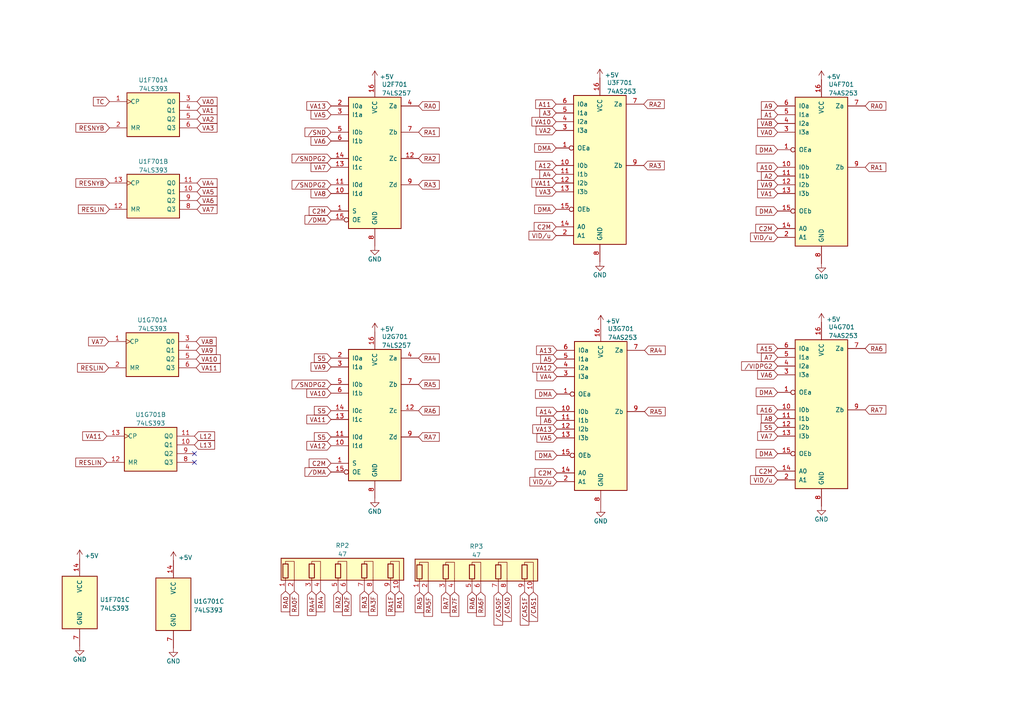
<source format=kicad_sch>
(kicad_sch (version 20211123) (generator eeschema)
  (paper "A4")
  (title_block (title "Schematic, Main Logic Board, 128k") (date "2023-01-28") (rev "Redraw 001") (company "Apple Computer") (comment 1 "050-0073-C") (comment 2 "Release"))
  (lib_symbols
    (symbol "74xx:74LS253" (pin_names (offset 1.016))
      (property "Reference" "U" (at -7.62 21.59 0))
      (property "Value" "74LS253" (at -7.62 -24.13 0))
      (symbol "74LS253_1_0"
        (pin input inverted (at -12.7 5.08 0) (length 5.08) (name "OEa") (number "1"))
        (pin input line (at -12.7 0 0) (length 5.08) (name "I0b") (number "10"))
        (pin input line (at -12.7 -2.54 0) (length 5.08) (name "I1b") (number "11"))
        (pin input line (at -12.7 -5.08 0) (length 5.08) (name "I2b") (number "12"))
        (pin input line (at -12.7 -7.62 0) (length 5.08) (name "I3b") (number "13"))
        (pin input line (at -12.7 -17.78 0) (length 5.08) (name "A0") (number "14"))
        (pin input inverted (at -12.7 -12.7 0) (length 5.08) (name "OEb") (number "15"))
        (pin power_in line (at 0 25.4 270) (length 5.08) (name "VCC") (number "16"))
        (pin input line (at -12.7 -20.32 0) (length 5.08) (name "A1") (number "2"))
        (pin input line (at -12.7 10.16 0) (length 5.08) (name "I3a") (number "3"))
        (pin input line (at -12.7 12.7 0) (length 5.08) (name "I2a") (number "4"))
        (pin input line (at -12.7 15.24 0) (length 5.08) (name "I1a") (number "5"))
        (pin input line (at -12.7 17.78 0) (length 5.08) (name "I0a") (number "6"))
        (pin tri_state line (at 12.7 17.78 180) (length 5.08) (name "Za") (number "7"))
        (pin power_in line (at 0 -27.94 90) (length 5.08) (name "GND") (number "8"))
        (pin tri_state line (at 12.7 0 180) (length 5.08) (name "Zb") (number "9"))
      )
      (symbol "74LS253_1_1"
        (rectangle (start -7.62 20.32) (end 7.62 -22.86) (stroke (width 0.254)) (fill (type background)))
      )
    )
    (symbol "74xx:74LS257" (pin_names (offset 1.016))
      (property "Reference" "U" (at -7.62 19.05 0))
      (property "Value" "74LS257" (at -7.62 -21.59 0))
      (symbol "74LS257_1_0"
        (pin input line (at -12.7 -15.24 0) (length 5.08) (name "S") (number "1"))
        (pin input line (at -12.7 -10.16 0) (length 5.08) (name "I1d") (number "10"))
        (pin input line (at -12.7 -7.62 0) (length 5.08) (name "I0d") (number "11"))
        (pin tri_state line (at 12.7 0 180) (length 5.08) (name "Zc") (number "12"))
        (pin input line (at -12.7 -2.54 0) (length 5.08) (name "I1c") (number "13"))
        (pin input line (at -12.7 0 0) (length 5.08) (name "I0c") (number "14"))
        (pin input inverted (at -12.7 -17.78 0) (length 5.08) (name "OE") (number "15"))
        (pin power_in line (at 0 22.86 270) (length 5.08) (name "VCC") (number "16"))
        (pin input line (at -12.7 15.24 0) (length 5.08) (name "I0a") (number "2"))
        (pin input line (at -12.7 12.7 0) (length 5.08) (name "I1a") (number "3"))
        (pin tri_state line (at 12.7 15.24 180) (length 5.08) (name "Za") (number "4"))
        (pin input line (at -12.7 7.62 0) (length 5.08) (name "I0b") (number "5"))
        (pin input line (at -12.7 5.08 0) (length 5.08) (name "I1b") (number "6"))
        (pin tri_state line (at 12.7 7.62 180) (length 5.08) (name "Zb") (number "7"))
        (pin power_in line (at 0 -25.4 90) (length 5.08) (name "GND") (number "8"))
        (pin tri_state line (at 12.7 -7.62 180) (length 5.08) (name "Zd") (number "9"))
      )
      (symbol "74LS257_1_1"
        (rectangle (start -7.62 17.78) (end 7.62 -20.32) (stroke (width 0.254)) (fill (type background)))
      )
    )
    (symbol "74xx:74LS393" (pin_names (offset 1.016))
      (property "Reference" "U" (at -7.62 8.89 0))
      (property "Value" "74LS393" (at -7.62 -8.89 0))
      (symbol "74LS393_1_0"
        (pin input clock (at -12.7 2.54 0) (length 5.08) (name "CP") (number "1"))
        (pin input line (at -12.7 -5.08 0) (length 5.08) (name "MR") (number "2"))
        (pin output line (at 12.7 2.54 180) (length 5.08) (name "Q0") (number "3"))
        (pin output line (at 12.7 0 180) (length 5.08) (name "Q1") (number "4"))
        (pin output line (at 12.7 -2.54 180) (length 5.08) (name "Q2") (number "5"))
        (pin output line (at 12.7 -5.08 180) (length 5.08) (name "Q3") (number "6"))
      )
      (symbol "74LS393_1_1"
        (rectangle (start -7.62 5.08) (end 7.62 -7.62) (stroke (width 0.254)) (fill (type background)))
      )
      (symbol "74LS393_2_0"
        (pin output line (at 12.7 0 180) (length 5.08) (name "Q1") (number "10"))
        (pin output line (at 12.7 2.54 180) (length 5.08) (name "Q0") (number "11"))
        (pin input line (at -12.7 -5.08 0) (length 5.08) (name "MR") (number "12"))
        (pin input clock (at -12.7 2.54 0) (length 5.08) (name "CP") (number "13"))
        (pin output line (at 12.7 -5.08 180) (length 5.08) (name "Q3") (number "8"))
        (pin output line (at 12.7 -2.54 180) (length 5.08) (name "Q2") (number "9"))
      )
      (symbol "74LS393_2_1"
        (rectangle (start -7.62 5.08) (end 7.62 -7.62) (stroke (width 0.254)) (fill (type background)))
      )
      (symbol "74LS393_3_0"
        (pin power_in line (at 0 12.7 270) (length 5.08) (name "VCC") (number "14"))
        (pin power_in line (at 0 -12.7 90) (length 5.08) (name "GND") (number "7"))
      )
      (symbol "74LS393_3_1"
        (rectangle (start -5.08 7.62) (end 5.08 -7.62) (stroke (width 0.254)) (fill (type background)))
      )
    )
    (symbol "Device:R_Pack05_SIP" (pin_names (offset 0) hide)
      (property "Reference" "RN" (at -17.78 0 90))
      (property "Value" "R_Pack05_SIP" (at 20.32 0 90))
      (symbol "R_Pack05_SIP_0_1"
        (rectangle (start -16.51 -1.905) (end 19.05 4.445) (stroke (width 0.254)) (fill (type background)))
        (rectangle (start -16.002 2.794) (end -14.478 -1.27) (stroke (width 0.254)))
        (rectangle (start -8.382 2.794) (end -6.858 -1.27) (stroke (width 0.254)))
        (rectangle (start -0.762 2.794) (end 0.762 -1.27) (stroke (width 0.254)))
        (polyline (pts (xy -15.24 2.794) (xy -15.24 3.556) (xy -12.7 3.556) (xy -12.7 -1.27)))
        (polyline (pts (xy -7.62 2.794) (xy -7.62 3.556) (xy -5.08 3.556) (xy -5.08 -1.27)))
        (polyline (pts (xy 0 2.794) (xy 0 3.556) (xy 2.54 3.556) (xy 2.54 -1.27)))
        (polyline (pts (xy 7.62 2.794) (xy 7.62 3.556) (xy 10.16 3.556) (xy 10.16 -1.27)))
        (polyline (pts (xy 15.24 2.794) (xy 15.24 3.556) (xy 17.78 3.556) (xy 17.78 -1.27)))
        (rectangle (start 6.858 2.794) (end 8.382 -1.27) (stroke (width 0.254)))
        (rectangle (start 14.478 2.794) (end 16.002 -1.27) (stroke (width 0.254)))
      )
      (symbol "R_Pack05_SIP_1_1"
        (pin passive line (at -15.24 -5.08 90) (length 3.81) (name "R1.1") (number "1"))
        (pin passive line (at 17.78 -5.08 90) (length 3.81) (name "R5.2") (number "10"))
        (pin passive line (at -12.7 -5.08 90) (length 3.81) (name "R1.2") (number "2"))
        (pin passive line (at -7.62 -5.08 90) (length 3.81) (name "R2.1") (number "3"))
        (pin passive line (at -5.08 -5.08 90) (length 3.81) (name "R2.2") (number "4"))
        (pin passive line (at 0 -5.08 90) (length 3.81) (name "R3.1") (number "5"))
        (pin passive line (at 2.54 -5.08 90) (length 3.81) (name "R3.2") (number "6"))
        (pin passive line (at 7.62 -5.08 90) (length 3.81) (name "R4.1") (number "7"))
        (pin passive line (at 10.16 -5.08 90) (length 3.81) (name "R4.2") (number "8"))
        (pin passive line (at 15.24 -5.08 90) (length 3.81) (name "R5.1") (number "9"))
      )
    )
    (symbol "power:+5V" (power) (pin_names (offset 0))
      (property "Value" "+5V" (at 0 3.556 0))
      (symbol "+5V_0_1"
        (polyline (pts (xy -0.762 1.27) (xy 0 2.54)))
        (polyline (pts (xy 0 0) (xy 0 2.54)))
        (polyline (pts (xy 0 2.54) (xy 0.762 1.27)))
      )
      (symbol "+5V_1_1"
        (pin power_in line (at 0 0 90) (length 0) hide (name "+5V") (number "1"))
      )
    )
    (symbol "power:GND" (power) (pin_names (offset 0))
      (property "Value" "GND" (at 0 -3.81 0))
      (symbol "GND_0_1"
        (polyline (pts (xy 0 0) (xy 0 -1.27) (xy 1.27 -1.27) (xy 0 -2.54) (xy -1.27 -1.27) (xy 0 -1.27)))
      )
      (symbol "GND_1_1"
        (pin power_in line (at 0 0 270) (length 0) hide (name "GND") (number "1"))
      )
    )
  )
  (no_connect (at 56.388 131.572))
  (no_connect (at 56.388 134.112))
  (global_label "RA0F" (shape input) (at 85.344 171.45 270) (property "Intersheet References" "${INTERSHEET_REFS}" (effects hide)))
  (global_label "{slash}SND" (shape input) (at 96.012 38.354 180) (property "Intersheet References" "${INTERSHEET_REFS}" (effects hide)))
  (global_label "RA0" (shape input) (at 121.412 30.734 0) (property "Intersheet References" "${INTERSHEET_REFS}" (effects hide)))
  (global_label "VA11" (shape input) (at 56.896 106.68 0) (property "Intersheet References" "${INTERSHEET_REFS}" (effects hide)))
  (global_label "VA8" (shape input) (at 56.896 99.06 0) (property "Intersheet References" "${INTERSHEET_REFS}" (effects hide)))
  (global_label "RA2" (shape input) (at 186.69 30.226 0) (property "Intersheet References" "${INTERSHEET_REFS}" (effects hide)))
  (global_label "VA11" (shape input) (at 30.988 126.492 180) (property "Intersheet References" "${INTERSHEET_REFS}" (effects hide)))
  (global_label "VA10" (shape input) (at 56.896 104.14 0) (property "Intersheet References" "${INTERSHEET_REFS}" (effects hide)))
  (global_label "RA5" (shape input) (at 121.666 171.704 270) (property "Intersheet References" "${INTERSHEET_REFS}" (effects hide)))
  (global_label "RA6" (shape input) (at 250.952 101.092 0) (property "Intersheet References" "${INTERSHEET_REFS}" (effects hide)))
  (global_label "A7" (shape input) (at 225.552 103.632 180) (property "Intersheet References" "${INTERSHEET_REFS}" (effects hide)))
  (global_label "VA3" (shape input) (at 57.15 37.084 0) (property "Intersheet References" "${INTERSHEET_REFS}" (effects hide)))
  (global_label "RA6F" (shape input) (at 139.446 171.704 270) (property "Intersheet References" "${INTERSHEET_REFS}" (effects hide)))
  (global_label "RESNYB" (shape input) (at 31.75 53.086 180) (property "Intersheet References" "${INTERSHEET_REFS}" (effects hide)))
  (global_label "C2M" (shape input) (at 96.012 134.366 180) (property "Intersheet References" "${INTERSHEET_REFS}" (effects hide)))
  (global_label "VA3" (shape input) (at 161.29 55.626 180) (property "Intersheet References" "${INTERSHEET_REFS}" (effects hide)))
  (global_label "RA0" (shape input) (at 82.804 171.45 270) (property "Intersheet References" "${INTERSHEET_REFS}" (effects hide)))
  (global_label "A15" (shape input) (at 225.552 101.092 180) (property "Intersheet References" "${INTERSHEET_REFS}" (effects hide)))
  (global_label "DMA" (shape input) (at 225.552 131.572 180) (property "Intersheet References" "${INTERSHEET_REFS}" (effects hide)))
  (global_label "VA0" (shape input) (at 225.552 38.354 180) (property "Intersheet References" "${INTERSHEET_REFS}" (effects hide)))
  (global_label "S5" (shape input) (at 96.012 119.126 180) (property "Intersheet References" "${INTERSHEET_REFS}" (effects hide)))
  (global_label "RA1" (shape input) (at 115.824 171.45 270) (property "Intersheet References" "${INTERSHEET_REFS}" (effects hide)))
  (global_label "RA0" (shape input) (at 250.952 30.734 0) (property "Intersheet References" "${INTERSHEET_REFS}" (effects hide)))
  (global_label "VA7" (shape input) (at 57.15 60.706 0) (property "Intersheet References" "${INTERSHEET_REFS}" (effects hide)))
  (global_label "RA6" (shape input) (at 121.412 119.126 0) (property "Intersheet References" "${INTERSHEET_REFS}" (effects hide)))
  (global_label "VA1" (shape input) (at 225.552 56.134 180) (property "Intersheet References" "${INTERSHEET_REFS}" (effects hide)))
  (global_label "VID{slash}u" (shape input) (at 161.29 68.326 180) (property "Intersheet References" "${INTERSHEET_REFS}" (effects hide)))
  (global_label "DMA" (shape input) (at 161.29 60.706 180) (property "Intersheet References" "${INTERSHEET_REFS}" (effects hide)))
  (global_label "{slash}VIDPG2" (shape input) (at 225.552 106.172 180) (property "Intersheet References" "${INTERSHEET_REFS}" (effects hide)))
  (global_label "A9" (shape input) (at 225.552 30.734 180) (property "Intersheet References" "${INTERSHEET_REFS}" (effects hide)))
  (global_label "A5" (shape input) (at 161.544 104.14 180) (property "Intersheet References" "${INTERSHEET_REFS}" (effects hide)))
  (global_label "RA1" (shape input) (at 121.412 38.354 0) (property "Intersheet References" "${INTERSHEET_REFS}" (effects hide)))
  (global_label "RA3" (shape input) (at 105.664 171.45 270) (property "Intersheet References" "${INTERSHEET_REFS}" (effects hide)))
  (global_label "RA1F" (shape input) (at 113.284 171.45 270) (property "Intersheet References" "${INTERSHEET_REFS}" (effects hide)))
  (global_label "C2M" (shape input) (at 225.552 66.294 180) (property "Intersheet References" "${INTERSHEET_REFS}" (effects hide)))
  (global_label "DMA" (shape input) (at 225.552 113.792 180) (property "Intersheet References" "${INTERSHEET_REFS}" (effects hide)))
  (global_label "RA5" (shape input) (at 186.944 119.38 0) (property "Intersheet References" "${INTERSHEET_REFS}" (effects hide)))
  (global_label "RA7" (shape input) (at 129.286 171.704 270) (property "Intersheet References" "${INTERSHEET_REFS}" (effects hide)))
  (global_label "A12" (shape input) (at 161.29 48.006 180) (property "Intersheet References" "${INTERSHEET_REFS}" (effects hide)))
  (global_label "A3" (shape input) (at 161.29 32.766 180) (property "Intersheet References" "${INTERSHEET_REFS}" (effects hide)))
  (global_label "VA12" (shape input) (at 96.012 129.286 180) (property "Intersheet References" "${INTERSHEET_REFS}" (effects hide)))
  (global_label "VA11" (shape input) (at 161.29 53.086 180) (property "Intersheet References" "${INTERSHEET_REFS}" (effects hide)))
  (global_label "VA7" (shape input) (at 225.552 126.492 180) (property "Intersheet References" "${INTERSHEET_REFS}" (effects hide)))
  (global_label "VID{slash}u" (shape input) (at 225.552 68.834 180) (property "Intersheet References" "${INTERSHEET_REFS}" (effects hide)))
  (global_label "VA10" (shape input) (at 96.012 114.046 180) (property "Intersheet References" "${INTERSHEET_REFS}" (effects hide)))
  (global_label "C2M" (shape input) (at 225.552 136.652 180) (property "Intersheet References" "${INTERSHEET_REFS}" (effects hide)))
  (global_label "RA3F" (shape input) (at 108.204 171.45 270) (property "Intersheet References" "${INTERSHEET_REFS}" (effects hide)))
  (global_label "VA8" (shape input) (at 96.012 56.134 180) (property "Intersheet References" "${INTERSHEET_REFS}" (effects hide)))
  (global_label "A2" (shape input) (at 225.552 51.054 180) (property "Intersheet References" "${INTERSHEET_REFS}" (effects hide)))
  (global_label "VA6" (shape input) (at 225.552 108.712 180) (property "Intersheet References" "${INTERSHEET_REFS}" (effects hide)))
  (global_label "VA5" (shape input) (at 96.012 33.274 180) (property "Intersheet References" "${INTERSHEET_REFS}" (effects hide)))
  (global_label "{slash}SNDPG2" (shape input) (at 96.012 45.974 180) (property "Intersheet References" "${INTERSHEET_REFS}" (effects hide)))
  (global_label "{slash}SNDPG2" (shape input) (at 96.012 53.594 180) (property "Intersheet References" "${INTERSHEET_REFS}" (effects hide)))
  (global_label "RESLIN" (shape input) (at 31.75 60.706 180) (property "Intersheet References" "${INTERSHEET_REFS}" (effects hide)))
  (global_label "VA10" (shape input) (at 161.29 35.306 180) (property "Intersheet References" "${INTERSHEET_REFS}" (effects hide)))
  (global_label "VA13" (shape input) (at 96.012 30.734 180) (property "Intersheet References" "${INTERSHEET_REFS}" (effects hide)))
  (global_label "RA1" (shape input) (at 250.952 48.514 0) (property "Intersheet References" "${INTERSHEET_REFS}" (effects hide)))
  (global_label "A6" (shape input) (at 161.544 121.92 180) (property "Intersheet References" "${INTERSHEET_REFS}" (effects hide)))
  (global_label "C2M" (shape input) (at 161.29 65.786 180) (property "Intersheet References" "${INTERSHEET_REFS}" (effects hide)))
  (global_label "RA6" (shape input) (at 136.906 171.704 270) (property "Intersheet References" "${INTERSHEET_REFS}" (effects hide)))
  (global_label "RA7" (shape input) (at 250.952 118.872 0) (property "Intersheet References" "${INTERSHEET_REFS}" (effects hide)))
  (global_label "{slash}CAS1F" (shape input) (at 152.146 171.704 270) (property "Intersheet References" "${INTERSHEET_REFS}" (effects hide)))
  (global_label "VA9" (shape input) (at 225.552 53.594 180) (property "Intersheet References" "${INTERSHEET_REFS}" (effects hide)))
  (global_label "{slash}SNDPG2" (shape input) (at 96.012 111.506 180) (property "Intersheet References" "${INTERSHEET_REFS}" (effects hide)))
  (global_label "VA7" (shape input) (at 96.012 48.514 180) (property "Intersheet References" "${INTERSHEET_REFS}" (effects hide)))
  (global_label "A4" (shape input) (at 161.29 50.546 180) (property "Intersheet References" "${INTERSHEET_REFS}" (effects hide)))
  (global_label "VA4" (shape input) (at 57.15 53.086 0) (property "Intersheet References" "${INTERSHEET_REFS}" (effects hide)))
  (global_label "RESLIN" (shape input) (at 31.496 106.68 180) (property "Intersheet References" "${INTERSHEET_REFS}" (effects hide)))
  (global_label "L13" (shape input) (at 56.388 129.032 0) (property "Intersheet References" "${INTERSHEET_REFS}" (effects hide)))
  (global_label "{slash}DMA" (shape input) (at 96.012 136.906 180) (property "Intersheet References" "${INTERSHEET_REFS}" (effects hide)))
  (global_label "RA4" (shape input) (at 186.944 101.6 0) (property "Intersheet References" "${INTERSHEET_REFS}" (effects hide)))
  (global_label "RA7F" (shape input) (at 131.826 171.704 270) (property "Intersheet References" "${INTERSHEET_REFS}" (effects hide)))
  (global_label "{slash}CAS0" (shape input) (at 147.066 171.704 270) (property "Intersheet References" "${INTERSHEET_REFS}" (effects hide)))
  (global_label "RA2F" (shape input) (at 100.584 171.45 270) (property "Intersheet References" "${INTERSHEET_REFS}" (effects hide)))
  (global_label "VID{slash}u" (shape input) (at 161.544 139.7 180) (property "Intersheet References" "${INTERSHEET_REFS}" (effects hide)))
  (global_label "{slash}DMA" (shape input) (at 96.012 63.754 180) (property "Intersheet References" "${INTERSHEET_REFS}" (effects hide)))
  (global_label "A11" (shape input) (at 161.29 30.226 180) (property "Intersheet References" "${INTERSHEET_REFS}" (effects hide)))
  (global_label "DMA" (shape input) (at 161.544 114.3 180) (property "Intersheet References" "${INTERSHEET_REFS}" (effects hide)))
  (global_label "C2M" (shape input) (at 161.544 137.16 180) (property "Intersheet References" "${INTERSHEET_REFS}" (effects hide)))
  (global_label "RA5F" (shape input) (at 124.206 171.704 270) (property "Intersheet References" "${INTERSHEET_REFS}" (effects hide)))
  (global_label "VA7" (shape input) (at 31.496 99.06 180) (property "Intersheet References" "${INTERSHEET_REFS}" (effects hide)))
  (global_label "DMA" (shape input) (at 225.552 43.434 180) (property "Intersheet References" "${INTERSHEET_REFS}" (effects hide)))
  (global_label "VA9" (shape input) (at 56.896 101.6 0) (property "Intersheet References" "${INTERSHEET_REFS}" (effects hide)))
  (global_label "DMA" (shape input) (at 161.544 132.08 180) (property "Intersheet References" "${INTERSHEET_REFS}" (effects hide)))
  (global_label "VA12" (shape input) (at 161.544 106.68 180) (property "Intersheet References" "${INTERSHEET_REFS}" (effects hide)))
  (global_label "VA8" (shape input) (at 225.552 35.814 180) (property "Intersheet References" "${INTERSHEET_REFS}" (effects hide)))
  (global_label "RA2" (shape input) (at 121.412 45.974 0) (property "Intersheet References" "${INTERSHEET_REFS}" (effects hide)))
  (global_label "RA5" (shape input) (at 121.412 111.506 0) (property "Intersheet References" "${INTERSHEET_REFS}" (effects hide)))
  (global_label "VA0" (shape input) (at 57.15 29.464 0) (property "Intersheet References" "${INTERSHEET_REFS}" (effects hide)))
  (global_label "VA5" (shape input) (at 161.544 127 180) (property "Intersheet References" "${INTERSHEET_REFS}" (effects hide)))
  (global_label "A16" (shape input) (at 225.552 118.872 180) (property "Intersheet References" "${INTERSHEET_REFS}" (effects hide)))
  (global_label "RA2" (shape input) (at 98.044 171.45 270) (property "Intersheet References" "${INTERSHEET_REFS}" (effects hide)))
  (global_label "A13" (shape input) (at 161.544 101.6 180) (property "Intersheet References" "${INTERSHEET_REFS}" (effects hide)))
  (global_label "A10" (shape input) (at 225.552 48.514 180) (property "Intersheet References" "${INTERSHEET_REFS}" (effects hide)))
  (global_label "VA11" (shape input) (at 96.012 121.666 180) (property "Intersheet References" "${INTERSHEET_REFS}" (effects hide)))
  (global_label "RA3" (shape input) (at 121.412 53.594 0) (property "Intersheet References" "${INTERSHEET_REFS}" (effects hide)))
  (global_label "RA3" (shape input) (at 186.69 48.006 0) (property "Intersheet References" "${INTERSHEET_REFS}" (effects hide)))
  (global_label "VA2" (shape input) (at 57.15 34.544 0) (property "Intersheet References" "${INTERSHEET_REFS}" (effects hide)))
  (global_label "VA9" (shape input) (at 96.012 106.426 180) (property "Intersheet References" "${INTERSHEET_REFS}" (effects hide)))
  (global_label "{slash}CAS1" (shape input) (at 154.686 171.704 270) (property "Intersheet References" "${INTERSHEET_REFS}" (effects hide)))
  (global_label "A8" (shape input) (at 225.552 121.412 180) (property "Intersheet References" "${INTERSHEET_REFS}" (effects hide)))
  (global_label "{slash}CAS0F" (shape input) (at 144.526 171.704 270) (property "Intersheet References" "${INTERSHEET_REFS}" (effects hide)))
  (global_label "RA7" (shape input) (at 121.412 126.746 0) (property "Intersheet References" "${INTERSHEET_REFS}" (effects hide)))
  (global_label "RA4" (shape input) (at 92.964 171.45 270) (property "Intersheet References" "${INTERSHEET_REFS}" (effects hide)))
  (global_label "L12" (shape input) (at 56.388 126.492 0) (property "Intersheet References" "${INTERSHEET_REFS}" (effects hide)))
  (global_label "A14" (shape input) (at 161.544 119.38 180) (property "Intersheet References" "${INTERSHEET_REFS}" (effects hide)))
  (global_label "VA6" (shape input) (at 57.15 58.166 0) (property "Intersheet References" "${INTERSHEET_REFS}" (effects hide)))
  (global_label "DMA" (shape input) (at 161.29 42.926 180) (property "Intersheet References" "${INTERSHEET_REFS}" (effects hide)))
  (global_label "C2M" (shape input) (at 96.012 61.214 180) (property "Intersheet References" "${INTERSHEET_REFS}" (effects hide)))
  (global_label "S5" (shape input) (at 225.552 123.952 180) (property "Intersheet References" "${INTERSHEET_REFS}" (effects hide)))
  (global_label "A1" (shape input) (at 225.552 33.274 180) (property "Intersheet References" "${INTERSHEET_REFS}" (effects hide)))
  (global_label "VA2" (shape input) (at 161.29 37.846 180) (property "Intersheet References" "${INTERSHEET_REFS}" (effects hide)))
  (global_label "VA4" (shape input) (at 161.544 109.22 180) (property "Intersheet References" "${INTERSHEET_REFS}" (effects hide)))
  (global_label "VA6" (shape input) (at 96.012 40.894 180) (property "Intersheet References" "${INTERSHEET_REFS}" (effects hide)))
  (global_label "DMA" (shape input) (at 225.552 61.214 180) (property "Intersheet References" "${INTERSHEET_REFS}" (effects hide)))
  (global_label "VA5" (shape input) (at 57.15 55.626 0) (property "Intersheet References" "${INTERSHEET_REFS}" (effects hide)))
  (global_label "VA13" (shape input) (at 161.544 124.46 180) (property "Intersheet References" "${INTERSHEET_REFS}" (effects hide)))
  (global_label "VA1" (shape input) (at 57.15 32.004 0) (property "Intersheet References" "${INTERSHEET_REFS}" (effects hide)))
  (global_label "RA4" (shape input) (at 121.412 103.886 0) (property "Intersheet References" "${INTERSHEET_REFS}" (effects hide)))
  (global_label "RESNYB" (shape input) (at 31.75 37.084 180) (property "Intersheet References" "${INTERSHEET_REFS}" (effects hide)))
  (global_label "RA4F" (shape input) (at 90.424 171.45 270) (property "Intersheet References" "${INTERSHEET_REFS}" (effects hide)))
  (global_label "S5" (shape input) (at 96.012 103.886 180) (property "Intersheet References" "${INTERSHEET_REFS}" (effects hide)))
  (global_label "S5" (shape input) (at 96.012 126.746 180) (property "Intersheet References" "${INTERSHEET_REFS}" (effects hide)))
  (global_label "RESLIN" (shape input) (at 30.988 134.112 180) (property "Intersheet References" "${INTERSHEET_REFS}" (effects hide)))
  (global_label "VID{slash}u" (shape input) (at 225.552 139.192 180) (property "Intersheet References" "${INTERSHEET_REFS}" (effects hide)))
  (global_label "TC" (shape input) (at 31.75 29.464 180) (property "Intersheet References" "${INTERSHEET_REFS}" (effects hide)))
  (symbol (lib_id "74xx:74LS393") (at 44.196 101.6 0) (unit 1)
    (property "Reference" "U1G701" (at 44.196 92.8202 0))
    (property "Value" "74LS393" (at 44.196 95.3571 0))
    (property "Footprint" "Package_DIP:DIP-14_W7.62mm_Socket_LongPads" (effects hide))
    (property "Datasheet" "74xx\\74LS393.pdf" (effects hide))
  )
  (symbol (lib_id "74xx:74LS393") (at 50.292 175.26 0) (unit 3)
    (property "Reference" "U1G701" (at 56.134 174.4253 0) (effects (justify left)))
    (property "Value" "74LS393" (at 56.134 176.9622 0) (effects (justify left)))
    (property "Footprint" "Package_DIP:DIP-14_W7.62mm_Socket_LongPads" (effects hide))
    (property "Datasheet" "74xx\\74LS393.pdf" (effects hide))
  )
  (symbol (lib_id "power:GND") (at 173.99 75.946 0) (unit 1)
    (property "Reference" "#PWR0710" (effects hide))
    (property "Value" "GND" (at 173.99 79.756 0))
  )
  (symbol (lib_id "74xx:74LS253") (at 238.252 118.872 0) (unit 1)
    (property "Reference" "U4G701" (at 240.2714 94.8522 0) (effects (justify left)))
    (property "Value" "74AS253" (at 240.2714 97.3891 0) (effects (justify left)))
    (property "Footprint" "Package_DIP:DIP-16_W7.62mm_Socket_LongPads" (effects hide))
    (property "Datasheet" "http://www.ti.com/lit/gpn/sn74LS253" (effects hide))
  )
  (symbol (lib_id "74xx:74LS393") (at 44.45 55.626 0) (unit 2)
    (property "Reference" "U1F701" (at 44.45 46.8462 0))
    (property "Value" "74LS393" (at 44.45 49.3831 0))
    (property "Footprint" "Package_DIP:DIP-14_W7.62mm_Socket_LongPads" (effects hide))
    (property "Datasheet" "74xx\\74LS393.pdf" (effects hide))
  )
  (symbol (lib_id "power:GND") (at 238.252 76.454 0) (unit 1)
    (property "Reference" "#PWR0714" (effects hide))
    (property "Value" "GND" (at 238.252 80.264 0))
  )
  (symbol (lib_id "power:+5V") (at 108.712 96.266 0) (unit 1)
    (property "Reference" "#PWR0707" (effects hide))
    (property "Value" "+5V" (at 110.109 95.4298 0) (effects (justify left)))
  )
  (symbol (lib_id "74xx:74LS393") (at 44.45 32.004 0) (unit 1)
    (property "Reference" "U1F701" (at 44.45 23.2242 0))
    (property "Value" "74LS393" (at 44.45 25.7611 0))
    (property "Footprint" "Package_DIP:DIP-14_W7.62mm_Socket_LongPads" (effects hide))
    (property "Datasheet" "74xx\\74LS393.pdf" (effects hide))
  )
  (symbol (lib_id "power:GND") (at 23.114 187.452 0) (unit 1)
    (property "Reference" "#PWR0702" (effects hide))
    (property "Value" "GND" (at 23.114 191.262 0))
  )
  (symbol (lib_id "power:GND") (at 174.244 147.32 0) (unit 1)
    (property "Reference" "#PWR0712" (effects hide))
    (property "Value" "GND" (at 174.244 151.13 0))
  )
  (symbol (lib_id "power:GND") (at 108.712 144.526 0) (unit 1)
    (property "Reference" "#PWR0708" (effects hide))
    (property "Value" "GND" (at 108.712 148.336 0))
  )
  (symbol (lib_id "Device:R_Pack05_SIP") (at 136.906 166.624 0) (unit 1)
    (property "Reference" "RP3" (at 138.176 158.4792 0))
    (property "Value" "47" (at 138.176 161.0161 0))
    (property "Footprint" "Resistor_THT:R_Array_SIP10" (effects hide))
    (property "Datasheet" "http://www.vishay.com/docs/31509/csc.pdf" (effects hide))
  )
  (symbol (lib_id "power:+5V") (at 23.114 162.052 0) (unit 1)
    (property "Reference" "#PWR0701" (effects hide))
    (property "Value" "+5V" (at 24.511 161.2158 0) (effects (justify left)))
  )
  (symbol (lib_id "power:+5V") (at 50.292 162.56 0) (unit 1)
    (property "Reference" "#PWR0703" (effects hide))
    (property "Value" "+5V" (at 51.689 161.7238 0) (effects (justify left)))
  )
  (symbol (lib_id "Device:R_Pack05_SIP") (at 98.044 166.37 0) (unit 1)
    (property "Reference" "RP2" (at 99.314 158.2252 0))
    (property "Value" "47" (at 99.314 160.7621 0))
    (property "Footprint" "Resistor_THT:R_Array_SIP10" (effects hide))
    (property "Datasheet" "http://www.vishay.com/docs/31509/csc.pdf" (effects hide))
  )
  (symbol (lib_id "power:+5V") (at 174.244 93.98 0) (unit 1)
    (property "Reference" "#PWR0711" (effects hide))
    (property "Value" "+5V" (at 175.641 93.1438 0) (effects (justify left)))
  )
  (symbol (lib_id "power:GND") (at 50.292 187.96 0) (unit 1)
    (property "Reference" "#PWR0704" (effects hide))
    (property "Value" "GND" (at 50.292 191.77 0))
  )
  (symbol (lib_id "74xx:74LS253") (at 238.252 48.514 0) (unit 1)
    (property "Reference" "U4F701" (at 240.2714 24.4942 0) (effects (justify left)))
    (property "Value" "74AS253" (at 240.2714 27.0311 0) (effects (justify left)))
    (property "Footprint" "Package_DIP:DIP-16_W7.62mm_Socket_LongPads" (effects hide))
    (property "Datasheet" "http://www.ti.com/lit/gpn/sn74LS253" (effects hide))
  )
  (symbol (lib_id "74xx:74LS257") (at 108.712 119.126 0) (unit 1)
    (property "Reference" "U2G701" (at 110.7314 97.6462 0) (effects (justify left)))
    (property "Value" "74LS257" (at 110.7314 100.1831 0) (effects (justify left)))
    (property "Footprint" "Package_DIP:DIP-16_W7.62mm_Socket_LongPads" (effects hide))
    (property "Datasheet" "http://www.ti.com/lit/gpn/sn74LS257" (effects hide))
  )
  (symbol (lib_id "power:GND") (at 238.252 146.812 0) (unit 1)
    (property "Reference" "#PWR0716" (effects hide))
    (property "Value" "GND" (at 238.252 150.622 0))
  )
  (symbol (lib_id "74xx:74LS257") (at 108.712 45.974 0) (unit 1)
    (property "Reference" "U2F701" (at 110.7314 24.4942 0) (effects (justify left)))
    (property "Value" "74LS257" (at 110.7314 27.0311 0) (effects (justify left)))
    (property "Footprint" "Package_DIP:DIP-16_W7.62mm_Socket_LongPads" (effects hide))
    (property "Datasheet" "http://www.ti.com/lit/gpn/sn74LS257" (effects hide))
  )
  (symbol (lib_id "power:+5V") (at 108.712 23.114 0) (unit 1)
    (property "Reference" "#PWR0705" (effects hide))
    (property "Value" "+5V" (at 110.109 22.2778 0) (effects (justify left)))
  )
  (symbol (lib_id "power:+5V") (at 238.252 93.472 0) (unit 1)
    (property "Reference" "#PWR0715" (effects hide))
    (property "Value" "+5V" (at 239.649 92.6358 0) (effects (justify left)))
  )
  (symbol (lib_id "power:GND") (at 108.712 71.374 0) (unit 1)
    (property "Reference" "#PWR0706" (effects hide))
    (property "Value" "GND" (at 108.712 75.184 0))
  )
  (symbol (lib_id "74xx:74LS393") (at 43.688 129.032 0) (unit 2)
    (property "Reference" "U1G701" (at 43.688 120.2522 0))
    (property "Value" "74LS393" (at 43.688 122.7891 0))
    (property "Footprint" "Package_DIP:DIP-14_W7.62mm_Socket_LongPads" (effects hide))
    (property "Datasheet" "74xx\\74LS393.pdf" (effects hide))
  )
  (symbol (lib_id "74xx:74LS253") (at 174.244 119.38 0) (unit 1)
    (property "Reference" "U3G701" (at 176.2634 95.3602 0) (effects (justify left)))
    (property "Value" "74AS253" (at 176.2634 97.8971 0) (effects (justify left)))
    (property "Footprint" "Package_DIP:DIP-16_W7.62mm_Socket_LongPads" (effects hide))
    (property "Datasheet" "http://www.ti.com/lit/gpn/sn74LS253" (effects hide))
  )
  (symbol (lib_id "74xx:74LS393") (at 23.114 174.752 0) (unit 3)
    (property "Reference" "U1F701" (at 28.956 173.9173 0) (effects (justify left)))
    (property "Value" "74LS393" (at 28.956 176.4542 0) (effects (justify left)))
    (property "Footprint" "Package_DIP:DIP-14_W7.62mm_Socket_LongPads" (effects hide))
    (property "Datasheet" "74xx\\74LS393.pdf" (effects hide))
  )
  (symbol (lib_id "power:+5V") (at 173.99 22.606 0) (unit 1)
    (property "Reference" "#PWR0709" (effects hide))
    (property "Value" "+5V" (at 175.387 21.7698 0) (effects (justify left)))
  )
  (symbol (lib_id "power:+5V") (at 238.252 23.114 0) (unit 1)
    (property "Reference" "#PWR0713" (effects hide))
    (property "Value" "+5V" (at 239.649 22.2778 0) (effects (justify left)))
  )
  (symbol (lib_id "74xx:74LS253") (at 173.99 48.006 0) (unit 1)
    (property "Reference" "U3F701" (at 176.0094 23.9862 0) (effects (justify left)))
    (property "Value" "74AS253" (at 176.0094 26.5231 0) (effects (justify left)))
    (property "Footprint" "Package_DIP:DIP-16_W7.62mm_Socket_LongPads" (effects hide))
    (property "Datasheet" "http://www.ti.com/lit/gpn/sn74LS253" (effects hide))
  )
)
</source>
